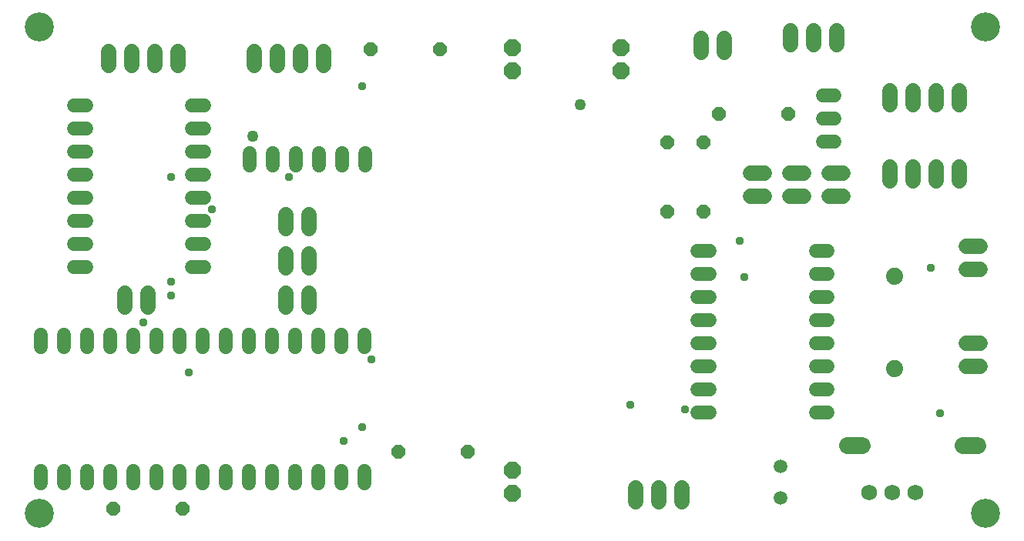
<source format=gbr>
G04 EAGLE Gerber RS-274X export*
G75*
%MOMM*%
%FSLAX34Y34*%
%LPD*%
%INSoldermask Top*%
%IPPOS*%
%AMOC8*
5,1,8,0,0,1.08239X$1,22.5*%
G01*
%ADD10C,3.203200*%
%ADD11C,1.727200*%
%ADD12C,1.524000*%
%ADD13C,1.511200*%
%ADD14P,2.034460X8X292.500000*%
%ADD15P,2.034460X8X112.500000*%
%ADD16P,1.649562X8X202.500000*%
%ADD17C,1.727200*%
%ADD18C,1.879600*%
%ADD19C,1.879600*%
%ADD20P,1.649562X8X292.500000*%
%ADD21P,1.649562X8X112.500000*%
%ADD22C,0.959600*%
%ADD23C,1.259600*%


D10*
X1070000Y565000D03*
X1070000Y30000D03*
X30000Y30000D03*
X30000Y565000D03*
D11*
X1048780Y324400D02*
X1064020Y324400D01*
X1064020Y299000D02*
X1048780Y299000D01*
X1048780Y217800D02*
X1064020Y217800D01*
X1064020Y192400D02*
X1048780Y192400D01*
D12*
X766604Y318900D02*
X753396Y318900D01*
X753396Y293500D02*
X766604Y293500D01*
X766604Y268100D02*
X753396Y268100D01*
X753396Y242700D02*
X766604Y242700D01*
X766604Y217300D02*
X753396Y217300D01*
X753396Y191900D02*
X766604Y191900D01*
X766604Y166500D02*
X753396Y166500D01*
X753396Y141100D02*
X766604Y141100D01*
X883396Y141100D02*
X896604Y141100D01*
X896604Y166500D02*
X883396Y166500D01*
X883396Y191900D02*
X896604Y191900D01*
X896604Y217300D02*
X883396Y217300D01*
X883396Y242700D02*
X896604Y242700D01*
X896604Y268100D02*
X883396Y268100D01*
X883396Y293500D02*
X896604Y293500D01*
X896604Y318900D02*
X883396Y318900D01*
X81604Y478900D02*
X68396Y478900D01*
X68396Y453500D02*
X81604Y453500D01*
X81604Y428100D02*
X68396Y428100D01*
X68396Y402700D02*
X81604Y402700D01*
X81604Y377300D02*
X68396Y377300D01*
X68396Y351900D02*
X81604Y351900D01*
X81604Y326500D02*
X68396Y326500D01*
X68396Y301100D02*
X81604Y301100D01*
X198396Y301100D02*
X211604Y301100D01*
X211604Y326500D02*
X198396Y326500D01*
X198396Y351900D02*
X211604Y351900D01*
X211604Y377300D02*
X198396Y377300D01*
X198396Y402700D02*
X211604Y402700D01*
X211604Y428100D02*
X198396Y428100D01*
X198396Y453500D02*
X211604Y453500D01*
X211604Y478900D02*
X198396Y478900D01*
X32200Y76604D02*
X32200Y63396D01*
X57600Y63396D02*
X57600Y76604D01*
X83000Y76604D02*
X83000Y63396D01*
X108400Y63396D02*
X108400Y76604D01*
X133800Y76604D02*
X133800Y63396D01*
X159200Y63396D02*
X159200Y76604D01*
X184600Y76604D02*
X184600Y63396D01*
X210000Y63396D02*
X210000Y76604D01*
X235400Y76604D02*
X235400Y63396D01*
X260800Y63396D02*
X260800Y76604D01*
X286200Y76604D02*
X286200Y63396D01*
X311600Y63396D02*
X311600Y76604D01*
X337000Y76604D02*
X337000Y63396D01*
X362400Y63396D02*
X362400Y76604D01*
X387800Y76604D02*
X387800Y63396D01*
X387800Y213396D02*
X387800Y226604D01*
X362400Y226604D02*
X362400Y213396D01*
X337000Y213396D02*
X337000Y226604D01*
X311600Y226604D02*
X311600Y213396D01*
X286200Y213396D02*
X286200Y226604D01*
X260800Y226604D02*
X260800Y213396D01*
X235400Y213396D02*
X235400Y226604D01*
X210000Y226604D02*
X210000Y213396D01*
X184600Y213396D02*
X184600Y226604D01*
X159200Y226604D02*
X159200Y213396D01*
X133800Y213396D02*
X133800Y226604D01*
X108400Y226604D02*
X108400Y213396D01*
X83000Y213396D02*
X83000Y226604D01*
X57600Y226604D02*
X57600Y213396D01*
X32200Y213396D02*
X32200Y226604D01*
D13*
X844800Y47200D03*
X844800Y82200D03*
D11*
X855800Y545780D02*
X855800Y561020D01*
X881200Y561020D02*
X881200Y545780D01*
X906600Y545780D02*
X906600Y561020D01*
D14*
X550000Y542700D03*
X550000Y517300D03*
D11*
X736600Y58420D02*
X736600Y43180D01*
X711200Y43180D02*
X711200Y58420D01*
X685800Y58420D02*
X685800Y43180D01*
D15*
X549900Y52200D03*
X549900Y77600D03*
D16*
X470700Y541100D03*
X394500Y541100D03*
X500700Y98100D03*
X424500Y98100D03*
D11*
X157400Y523080D02*
X157400Y538320D01*
X132000Y538320D02*
X132000Y523080D01*
X106600Y523080D02*
X106600Y538320D01*
X182800Y538320D02*
X182800Y523080D01*
X317500Y523080D02*
X317500Y538320D01*
X292100Y538320D02*
X292100Y523080D01*
X266700Y523080D02*
X266700Y538320D01*
X342900Y538320D02*
X342900Y523080D01*
X1016000Y410920D02*
X1016000Y395680D01*
X990600Y395680D02*
X990600Y410920D01*
X965200Y410920D02*
X965200Y395680D01*
X1041400Y395680D02*
X1041400Y410920D01*
X1016000Y479580D02*
X1016000Y494820D01*
X990600Y494820D02*
X990600Y479580D01*
X965200Y479580D02*
X965200Y494820D01*
X1041400Y494820D02*
X1041400Y479580D01*
D17*
X942500Y53100D03*
X967900Y53100D03*
X993300Y53100D03*
D11*
X826920Y378700D02*
X811680Y378700D01*
X811680Y404100D02*
X826920Y404100D01*
X854780Y378700D02*
X870020Y378700D01*
X870020Y404100D02*
X854780Y404100D01*
X897880Y378700D02*
X913120Y378700D01*
X913120Y404100D02*
X897880Y404100D01*
X301700Y358620D02*
X301700Y343380D01*
X327100Y343380D02*
X327100Y358620D01*
X301700Y315520D02*
X301700Y300280D01*
X327100Y300280D02*
X327100Y315520D01*
X301700Y272420D02*
X301700Y257180D01*
X327100Y257180D02*
X327100Y272420D01*
D18*
X970000Y290800D03*
X970000Y189200D03*
D19*
X934882Y105000D02*
X918118Y105000D01*
X1045118Y105000D02*
X1061882Y105000D01*
D11*
X124300Y257580D02*
X124300Y272820D01*
X149700Y272820D02*
X149700Y257580D01*
D14*
X670000Y542700D03*
X670000Y517300D03*
D12*
X891096Y439600D02*
X904304Y439600D01*
X904304Y490400D02*
X891096Y490400D01*
X891096Y465000D02*
X904304Y465000D01*
D11*
X782700Y537380D02*
X782700Y552620D01*
X757300Y552620D02*
X757300Y537380D01*
D20*
X720000Y438100D03*
X720000Y361900D03*
D16*
X853100Y470000D03*
X776900Y470000D03*
X188100Y35000D03*
X111900Y35000D03*
D21*
X760000Y361900D03*
X760000Y438100D03*
D12*
X261500Y426604D02*
X261500Y413396D01*
X286900Y413396D02*
X286900Y426604D01*
X312300Y426604D02*
X312300Y413396D01*
X337700Y413396D02*
X337700Y426604D01*
X363100Y426604D02*
X363100Y413396D01*
X388500Y413396D02*
X388500Y426604D01*
D22*
X1020000Y140000D03*
X195000Y185000D03*
X305000Y400000D03*
X365000Y110000D03*
X740000Y145000D03*
X175000Y400000D03*
X385000Y500000D03*
X175000Y270000D03*
X680000Y150000D03*
D23*
X265000Y445000D03*
X625000Y480000D03*
D22*
X800000Y330000D03*
X805000Y290000D03*
X385000Y125000D03*
X175000Y285000D03*
X220000Y365000D03*
X145000Y240000D03*
X1010000Y300000D03*
X395000Y200000D03*
M02*

</source>
